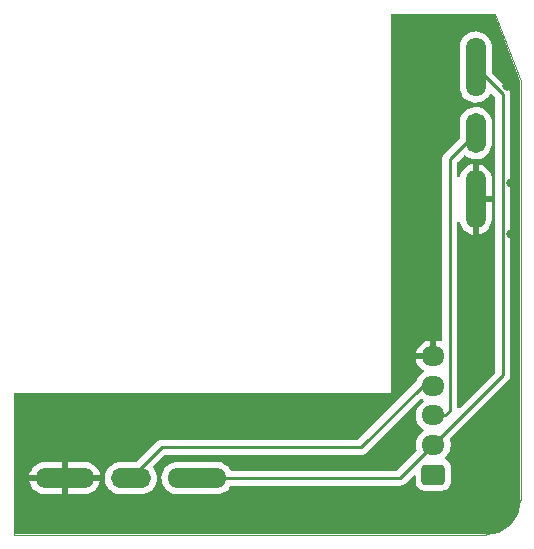
<source format=gbr>
G04 #@! TF.GenerationSoftware,KiCad,Pcbnew,7.0.1*
G04 #@! TF.CreationDate,2023-08-14T23:44:32-05:00*
G04 #@! TF.ProjectId,JoystickBoard,4a6f7973-7469-4636-9b42-6f6172642e6b,rev?*
G04 #@! TF.SameCoordinates,Original*
G04 #@! TF.FileFunction,Copper,L1,Top*
G04 #@! TF.FilePolarity,Positive*
%FSLAX46Y46*%
G04 Gerber Fmt 4.6, Leading zero omitted, Abs format (unit mm)*
G04 Created by KiCad (PCBNEW 7.0.1) date 2023-08-14 23:44:32*
%MOMM*%
%LPD*%
G01*
G04 APERTURE LIST*
G04 Aperture macros list*
%AMRoundRect*
0 Rectangle with rounded corners*
0 $1 Rounding radius*
0 $2 $3 $4 $5 $6 $7 $8 $9 X,Y pos of 4 corners*
0 Add a 4 corners polygon primitive as box body*
4,1,4,$2,$3,$4,$5,$6,$7,$8,$9,$2,$3,0*
0 Add four circle primitives for the rounded corners*
1,1,$1+$1,$2,$3*
1,1,$1+$1,$4,$5*
1,1,$1+$1,$6,$7*
1,1,$1+$1,$8,$9*
0 Add four rect primitives between the rounded corners*
20,1,$1+$1,$2,$3,$4,$5,0*
20,1,$1+$1,$4,$5,$6,$7,0*
20,1,$1+$1,$6,$7,$8,$9,0*
20,1,$1+$1,$8,$9,$2,$3,0*%
G04 Aperture macros list end*
G04 #@! TA.AperFunction,ComponentPad*
%ADD10O,5.000000X1.700000*%
G04 #@! TD*
G04 #@! TA.AperFunction,ComponentPad*
%ADD11O,3.400000X1.700000*%
G04 #@! TD*
G04 #@! TA.AperFunction,ComponentPad*
%ADD12O,1.700000X5.000000*%
G04 #@! TD*
G04 #@! TA.AperFunction,ComponentPad*
%ADD13O,1.700000X3.400000*%
G04 #@! TD*
G04 #@! TA.AperFunction,ComponentPad*
%ADD14RoundRect,0.250000X0.725000X-0.600000X0.725000X0.600000X-0.725000X0.600000X-0.725000X-0.600000X0*%
G04 #@! TD*
G04 #@! TA.AperFunction,ComponentPad*
%ADD15O,1.950000X1.700000*%
G04 #@! TD*
G04 #@! TA.AperFunction,ViaPad*
%ADD16C,0.800000*%
G04 #@! TD*
G04 #@! TA.AperFunction,Conductor*
%ADD17C,0.250000*%
G04 #@! TD*
G04 #@! TA.AperFunction,Profile*
%ADD18C,0.050000*%
G04 #@! TD*
G04 APERTURE END LIST*
D10*
X151300000Y-102300000D03*
D11*
X156900000Y-102300000D03*
D10*
X162500000Y-102300000D03*
D12*
X186100000Y-78700000D03*
D13*
X186100000Y-73100000D03*
D12*
X186100000Y-67500000D03*
D14*
X182500000Y-102000000D03*
D15*
X182500000Y-99500000D03*
X182500000Y-97000000D03*
X182500000Y-94500000D03*
X182500000Y-92000000D03*
D16*
X186200000Y-84400000D03*
X188712299Y-69087701D03*
X161200000Y-97300000D03*
X189124500Y-77300000D03*
X161100000Y-105700000D03*
X179200000Y-99900000D03*
X189124500Y-81600000D03*
X151200000Y-105700000D03*
X173200000Y-96900000D03*
X181300000Y-65800000D03*
X180900000Y-86700000D03*
X181000000Y-73000000D03*
X168500000Y-100900000D03*
X186100000Y-92700000D03*
X188800000Y-101500000D03*
X181400000Y-79800000D03*
X173200000Y-105000000D03*
D17*
X159500000Y-99700000D02*
X156900000Y-102300000D01*
X176400000Y-99700000D02*
X159500000Y-99700000D01*
X182500000Y-94500000D02*
X181600000Y-94500000D01*
X181600000Y-94500000D02*
X176400000Y-99700000D01*
X183500000Y-97000000D02*
X182500000Y-97000000D01*
X183900000Y-75300000D02*
X183900000Y-96600000D01*
X183900000Y-96600000D02*
X183500000Y-97000000D01*
X186100000Y-73100000D02*
X183900000Y-75300000D01*
X182500000Y-99500000D02*
X188400000Y-93600000D01*
X188400000Y-69800000D02*
X186100000Y-67500000D01*
X162500000Y-102300000D02*
X179700000Y-102300000D01*
X188400000Y-93600000D02*
X188400000Y-69800000D01*
X179700000Y-102300000D02*
X182500000Y-99500000D01*
G04 #@! TA.AperFunction,Conductor*
G36*
X187645242Y-63035486D02*
G01*
X187686611Y-63063863D01*
X187713629Y-63106130D01*
X189866048Y-68682852D01*
X189874500Y-68728222D01*
X189874500Y-104196461D01*
X189874302Y-104203526D01*
X189856822Y-104514776D01*
X189855240Y-104528817D01*
X189803615Y-104832659D01*
X189800471Y-104846434D01*
X189715151Y-105142588D01*
X189710484Y-105155925D01*
X189592542Y-105440661D01*
X189586411Y-105453391D01*
X189437333Y-105723128D01*
X189429816Y-105735093D01*
X189251468Y-105986451D01*
X189242658Y-105997498D01*
X189037292Y-106227301D01*
X189027301Y-106237292D01*
X188797498Y-106442658D01*
X188786451Y-106451468D01*
X188535093Y-106629816D01*
X188523128Y-106637333D01*
X188253391Y-106786411D01*
X188240661Y-106792542D01*
X187955925Y-106910484D01*
X187942588Y-106915151D01*
X187646434Y-107000471D01*
X187632659Y-107003615D01*
X187328817Y-107055240D01*
X187314776Y-107056822D01*
X187003526Y-107074302D01*
X186996461Y-107074500D01*
X147151500Y-107074500D01*
X147088500Y-107057619D01*
X147042381Y-107011500D01*
X147025500Y-106948500D01*
X147025500Y-102554000D01*
X148315561Y-102554000D01*
X148346830Y-102699091D01*
X148433020Y-102913585D01*
X148554224Y-103110433D01*
X148706951Y-103283961D01*
X148886804Y-103429184D01*
X149088612Y-103541920D01*
X149306578Y-103618932D01*
X149534419Y-103658000D01*
X151046000Y-103658000D01*
X151046000Y-102554000D01*
X151554000Y-102554000D01*
X151554000Y-103658000D01*
X153007690Y-103658000D01*
X153180333Y-103643306D01*
X153404036Y-103585057D01*
X153614686Y-103489838D01*
X153806205Y-103360393D01*
X153973101Y-103200437D01*
X154110557Y-103014586D01*
X154214629Y-102808169D01*
X154282318Y-102587140D01*
X154286562Y-102554000D01*
X151554000Y-102554000D01*
X151046000Y-102554000D01*
X148315561Y-102554000D01*
X147025500Y-102554000D01*
X147025500Y-102242135D01*
X154687815Y-102242135D01*
X154697630Y-102473175D01*
X154746350Y-102699237D01*
X154790198Y-102808357D01*
X154832574Y-102913813D01*
X154953821Y-103110730D01*
X155106602Y-103284324D01*
X155286524Y-103429600D01*
X155488409Y-103542380D01*
X155706450Y-103619419D01*
X155934375Y-103658500D01*
X157807713Y-103658500D01*
X157807714Y-103658500D01*
X157980418Y-103643801D01*
X157982319Y-103643306D01*
X158204207Y-103585530D01*
X158414929Y-103490278D01*
X158606523Y-103360783D01*
X158773476Y-103200772D01*
X158910985Y-103014847D01*
X159015095Y-102808357D01*
X159082811Y-102587243D01*
X159112184Y-102357865D01*
X159102369Y-102126822D01*
X159053649Y-101900762D01*
X158967426Y-101686187D01*
X158846179Y-101489270D01*
X158812149Y-101450604D01*
X158783753Y-101394775D01*
X158785747Y-101332172D01*
X158817637Y-101278265D01*
X159725501Y-100370402D01*
X159766376Y-100343091D01*
X159814594Y-100333500D01*
X176316147Y-100333500D01*
X176336935Y-100335795D01*
X176339907Y-100335701D01*
X176339909Y-100335702D01*
X176407985Y-100333562D01*
X176411945Y-100333500D01*
X176439852Y-100333500D01*
X176439856Y-100333500D01*
X176443865Y-100332993D01*
X176455699Y-100332061D01*
X176499889Y-100330673D01*
X176519338Y-100325021D01*
X176538698Y-100321012D01*
X176558797Y-100318474D01*
X176599915Y-100302193D01*
X176611117Y-100298357D01*
X176653593Y-100286018D01*
X176671039Y-100275699D01*
X176688780Y-100267009D01*
X176707617Y-100259552D01*
X176743392Y-100233558D01*
X176753303Y-100227048D01*
X176791362Y-100204542D01*
X176805691Y-100190212D01*
X176820719Y-100177377D01*
X176837107Y-100165472D01*
X176865303Y-100131386D01*
X176873272Y-100122630D01*
X181395744Y-95600158D01*
X181447941Y-95568778D01*
X181508761Y-95565547D01*
X181563992Y-95591222D01*
X181611521Y-95629598D01*
X181611522Y-95629598D01*
X181611524Y-95629600D01*
X181630912Y-95640431D01*
X181632731Y-95641447D01*
X181678574Y-95685385D01*
X181697167Y-95746100D01*
X181683790Y-95808173D01*
X181641838Y-95855839D01*
X181518478Y-95939216D01*
X181351524Y-96099227D01*
X181214015Y-96285153D01*
X181109904Y-96491644D01*
X181042188Y-96712759D01*
X181012815Y-96942135D01*
X181022630Y-97173175D01*
X181071350Y-97399237D01*
X181135526Y-97558944D01*
X181157574Y-97613813D01*
X181278821Y-97810730D01*
X181431602Y-97984324D01*
X181611524Y-98129600D01*
X181631636Y-98140835D01*
X181632731Y-98141447D01*
X181678574Y-98185385D01*
X181697167Y-98246100D01*
X181683790Y-98308173D01*
X181641838Y-98355839D01*
X181518478Y-98439216D01*
X181351524Y-98599227D01*
X181214015Y-98785153D01*
X181109904Y-98991644D01*
X181042188Y-99212759D01*
X181012815Y-99442135D01*
X181022630Y-99673175D01*
X181071350Y-99899237D01*
X181078589Y-99917252D01*
X181087671Y-99965123D01*
X181077911Y-100012860D01*
X181050769Y-100053325D01*
X179474500Y-101629595D01*
X179433623Y-101656909D01*
X179385405Y-101666500D01*
X165425692Y-101666500D01*
X165364242Y-101650500D01*
X165318399Y-101606563D01*
X165305376Y-101585413D01*
X165246179Y-101489270D01*
X165246178Y-101489268D01*
X165169788Y-101402472D01*
X165093398Y-101315676D01*
X164913476Y-101170400D01*
X164913475Y-101170399D01*
X164711591Y-101057620D01*
X164493550Y-100980581D01*
X164265625Y-100941500D01*
X160792287Y-100941500D01*
X160792286Y-100941500D01*
X160619581Y-100956198D01*
X160395793Y-101014469D01*
X160185070Y-101109721D01*
X159993478Y-101239216D01*
X159826524Y-101399227D01*
X159689015Y-101585153D01*
X159584904Y-101791644D01*
X159517188Y-102012759D01*
X159487815Y-102242135D01*
X159497630Y-102473175D01*
X159546350Y-102699237D01*
X159590198Y-102808357D01*
X159632574Y-102913813D01*
X159753821Y-103110730D01*
X159906602Y-103284324D01*
X160086524Y-103429600D01*
X160288409Y-103542380D01*
X160506450Y-103619419D01*
X160734375Y-103658500D01*
X164207713Y-103658500D01*
X164207714Y-103658500D01*
X164380418Y-103643801D01*
X164382319Y-103643306D01*
X164604207Y-103585530D01*
X164814929Y-103490278D01*
X165006523Y-103360783D01*
X165173476Y-103200772D01*
X165310985Y-103014847D01*
X165317073Y-103002773D01*
X165363519Y-102952207D01*
X165429581Y-102933500D01*
X179616147Y-102933500D01*
X179636935Y-102935795D01*
X179639907Y-102935701D01*
X179639909Y-102935702D01*
X179707985Y-102933562D01*
X179711945Y-102933500D01*
X179739852Y-102933500D01*
X179739856Y-102933500D01*
X179743865Y-102932993D01*
X179755699Y-102932061D01*
X179799889Y-102930673D01*
X179819338Y-102925021D01*
X179838698Y-102921012D01*
X179858797Y-102918474D01*
X179899915Y-102902193D01*
X179911117Y-102898357D01*
X179953593Y-102886018D01*
X179971039Y-102875699D01*
X179988780Y-102867009D01*
X180007617Y-102859552D01*
X180043392Y-102833558D01*
X180053303Y-102827048D01*
X180091362Y-102804542D01*
X180105691Y-102790212D01*
X180120719Y-102777377D01*
X180137107Y-102765472D01*
X180165303Y-102731386D01*
X180173272Y-102722630D01*
X180801407Y-102094495D01*
X180851564Y-102063759D01*
X180910211Y-102059143D01*
X180964561Y-102081656D01*
X181002767Y-102126389D01*
X181016500Y-102183592D01*
X181016500Y-102650540D01*
X181024761Y-102731401D01*
X181027113Y-102754426D01*
X181082885Y-102922738D01*
X181139538Y-103014586D01*
X181175972Y-103073655D01*
X181301344Y-103199027D01*
X181301346Y-103199028D01*
X181301348Y-103199030D01*
X181452262Y-103292115D01*
X181620574Y-103347887D01*
X181724455Y-103358500D01*
X183275544Y-103358499D01*
X183379426Y-103347887D01*
X183547738Y-103292115D01*
X183698652Y-103199030D01*
X183824030Y-103073652D01*
X183917115Y-102922738D01*
X183972887Y-102754426D01*
X183983500Y-102650545D01*
X183983499Y-101349456D01*
X183972887Y-101245574D01*
X183917115Y-101077262D01*
X183824030Y-100926348D01*
X183824028Y-100926346D01*
X183824027Y-100926344D01*
X183698655Y-100800972D01*
X183698652Y-100800970D01*
X183552691Y-100710940D01*
X183512215Y-100670836D01*
X183493544Y-100617000D01*
X183500498Y-100560443D01*
X183531655Y-100512735D01*
X183648476Y-100400772D01*
X183785985Y-100214847D01*
X183890095Y-100008357D01*
X183957811Y-99787243D01*
X183987184Y-99557865D01*
X183977369Y-99326822D01*
X183949058Y-99195458D01*
X183928650Y-99100765D01*
X183927459Y-99097801D01*
X183921410Y-99082748D01*
X183912327Y-99034878D01*
X183922086Y-98987139D01*
X183949226Y-98946676D01*
X188788659Y-94107244D01*
X188804980Y-94094169D01*
X188807014Y-94092001D01*
X188807018Y-94092000D01*
X188853660Y-94042329D01*
X188856351Y-94039552D01*
X188876135Y-94019770D01*
X188878621Y-94016564D01*
X188886310Y-94007561D01*
X188916586Y-93975321D01*
X188926342Y-93957571D01*
X188937195Y-93941050D01*
X188949614Y-93925041D01*
X188967175Y-93884454D01*
X188972388Y-93873813D01*
X188993695Y-93835060D01*
X188998733Y-93815434D01*
X189005137Y-93796732D01*
X189013181Y-93778144D01*
X189020096Y-93734482D01*
X189022504Y-93722853D01*
X189033500Y-93680029D01*
X189033500Y-93659776D01*
X189035051Y-93640066D01*
X189038220Y-93620057D01*
X189034059Y-93576039D01*
X189033500Y-93564181D01*
X189033500Y-69883853D01*
X189035795Y-69863064D01*
X189033562Y-69792014D01*
X189033500Y-69788055D01*
X189033500Y-69760149D01*
X189033500Y-69760144D01*
X189032992Y-69756131D01*
X189032061Y-69744297D01*
X189030673Y-69700110D01*
X189025020Y-69680656D01*
X189021012Y-69661298D01*
X189018474Y-69641203D01*
X189002190Y-69600077D01*
X188998359Y-69588888D01*
X188986018Y-69546407D01*
X188975704Y-69528968D01*
X188967008Y-69511216D01*
X188959552Y-69492383D01*
X188933571Y-69456624D01*
X188927050Y-69446698D01*
X188904542Y-69408637D01*
X188890213Y-69394308D01*
X188877376Y-69379277D01*
X188865473Y-69362893D01*
X188831406Y-69334711D01*
X188822626Y-69326721D01*
X187495405Y-67999500D01*
X187468091Y-67958623D01*
X187458500Y-67910405D01*
X187458500Y-65792286D01*
X187443801Y-65619581D01*
X187385530Y-65395793D01*
X187290278Y-65185070D01*
X187223672Y-65086524D01*
X187160783Y-64993477D01*
X187000772Y-64826524D01*
X186814847Y-64689015D01*
X186608357Y-64584905D01*
X186608356Y-64584904D01*
X186608355Y-64584904D01*
X186387240Y-64517188D01*
X186157864Y-64487815D01*
X185926824Y-64497630D01*
X185700762Y-64546350D01*
X185486189Y-64632573D01*
X185289268Y-64753822D01*
X185115678Y-64906600D01*
X184970399Y-65086524D01*
X184857620Y-65288408D01*
X184780581Y-65506451D01*
X184741500Y-65734377D01*
X184741500Y-69207714D01*
X184756198Y-69380418D01*
X184814469Y-69604206D01*
X184909721Y-69814929D01*
X184976326Y-69913473D01*
X185039217Y-70006523D01*
X185199228Y-70173476D01*
X185385153Y-70310985D01*
X185591643Y-70415095D01*
X185812757Y-70482811D01*
X186042135Y-70512184D01*
X186273178Y-70502369D01*
X186499238Y-70453649D01*
X186713813Y-70367426D01*
X186910730Y-70246179D01*
X187084324Y-70093398D01*
X187229600Y-69913476D01*
X187246149Y-69883853D01*
X187259423Y-69860091D01*
X187287388Y-69810030D01*
X187326277Y-69767465D01*
X187380057Y-69746678D01*
X187437466Y-69752025D01*
X187486482Y-69782386D01*
X187729595Y-70025499D01*
X187756909Y-70066376D01*
X187766500Y-70114594D01*
X187766500Y-93285406D01*
X187756909Y-93333624D01*
X187729595Y-93374501D01*
X184748595Y-96355500D01*
X184698436Y-96386238D01*
X184639789Y-96390854D01*
X184585439Y-96368341D01*
X184547233Y-96323608D01*
X184533500Y-96266405D01*
X184533500Y-80707099D01*
X184547805Y-80648787D01*
X184587473Y-80603716D01*
X184643496Y-80582120D01*
X184703152Y-80588902D01*
X184752897Y-80622524D01*
X184781434Y-80675349D01*
X184814942Y-80804036D01*
X184910161Y-81014686D01*
X185039606Y-81206205D01*
X185199562Y-81373101D01*
X185385413Y-81510557D01*
X185591830Y-81614629D01*
X185812859Y-81682318D01*
X185846000Y-81686562D01*
X185846000Y-78954000D01*
X186354000Y-78954000D01*
X186354000Y-81684439D01*
X186499091Y-81653169D01*
X186713585Y-81566979D01*
X186910433Y-81445775D01*
X187083961Y-81293048D01*
X187229184Y-81113195D01*
X187341920Y-80911387D01*
X187418932Y-80693421D01*
X187458000Y-80465581D01*
X187458000Y-78954000D01*
X186354000Y-78954000D01*
X185846000Y-78954000D01*
X185846000Y-75715560D01*
X185700908Y-75746830D01*
X185486414Y-75833020D01*
X185289566Y-75954224D01*
X185116038Y-76106951D01*
X184970815Y-76286804D01*
X184858079Y-76488612D01*
X184778303Y-76714402D01*
X184737820Y-76771127D01*
X184673380Y-76797659D01*
X184604693Y-76785882D01*
X184552772Y-76739397D01*
X184533500Y-76672426D01*
X184533500Y-75713438D01*
X186354000Y-75713438D01*
X186354000Y-78446000D01*
X187458000Y-78446000D01*
X187458000Y-76992310D01*
X187443306Y-76819666D01*
X187385057Y-76595963D01*
X187289838Y-76385313D01*
X187160393Y-76193794D01*
X187000437Y-76026898D01*
X186814586Y-75889442D01*
X186608169Y-75785370D01*
X186387140Y-75717681D01*
X186354000Y-75713438D01*
X184533500Y-75713438D01*
X184533500Y-75614595D01*
X184543091Y-75566377D01*
X184570404Y-75525500D01*
X184595451Y-75500452D01*
X185078329Y-75017573D01*
X185128826Y-74986727D01*
X185187838Y-74982335D01*
X185242345Y-75005365D01*
X185385153Y-75110985D01*
X185591643Y-75215095D01*
X185812757Y-75282811D01*
X186042135Y-75312184D01*
X186273178Y-75302369D01*
X186499238Y-75253649D01*
X186713813Y-75167426D01*
X186910730Y-75046179D01*
X187084324Y-74893398D01*
X187229600Y-74713476D01*
X187342380Y-74511591D01*
X187419419Y-74293550D01*
X187458500Y-74065625D01*
X187458500Y-72192287D01*
X187443801Y-72019582D01*
X187385530Y-71795793D01*
X187290278Y-71585071D01*
X187290278Y-71585070D01*
X187223672Y-71486524D01*
X187160783Y-71393477D01*
X187000772Y-71226524D01*
X186814847Y-71089015D01*
X186608357Y-70984905D01*
X186608356Y-70984904D01*
X186608355Y-70984904D01*
X186387240Y-70917188D01*
X186157864Y-70887815D01*
X185926824Y-70897630D01*
X185700762Y-70946350D01*
X185486189Y-71032573D01*
X185289268Y-71153822D01*
X185115678Y-71306600D01*
X184970399Y-71486524D01*
X184857620Y-71688408D01*
X184780581Y-71906451D01*
X184741500Y-72134377D01*
X184741500Y-73510405D01*
X184731909Y-73558623D01*
X184704595Y-73599501D01*
X183511333Y-74792760D01*
X183495017Y-74805832D01*
X183446357Y-74857650D01*
X183443602Y-74860492D01*
X183423866Y-74880227D01*
X183421380Y-74883432D01*
X183413688Y-74892437D01*
X183383414Y-74924677D01*
X183373652Y-74942434D01*
X183362801Y-74958952D01*
X183350385Y-74974959D01*
X183332824Y-75015539D01*
X183327604Y-75026195D01*
X183306304Y-75064940D01*
X183301267Y-75084559D01*
X183294864Y-75103261D01*
X183286818Y-75121855D01*
X183279901Y-75165524D01*
X183277495Y-75177144D01*
X183266500Y-75219970D01*
X183266500Y-75240224D01*
X183264949Y-75259934D01*
X183261779Y-75279942D01*
X183265941Y-75323961D01*
X183266500Y-75335819D01*
X183266500Y-90608233D01*
X183252400Y-90666150D01*
X183213256Y-90711104D01*
X183157829Y-90733036D01*
X183098524Y-90727035D01*
X182968427Y-90681068D01*
X182754000Y-90644301D01*
X182754000Y-92128000D01*
X182737119Y-92191000D01*
X182691000Y-92237119D01*
X182628000Y-92254000D01*
X181040561Y-92254000D01*
X181071830Y-92399091D01*
X181158020Y-92613585D01*
X181279224Y-92810433D01*
X181431951Y-92983961D01*
X181611804Y-93129184D01*
X181633194Y-93141133D01*
X181679037Y-93185070D01*
X181697631Y-93245785D01*
X181684254Y-93307858D01*
X181642302Y-93355525D01*
X181518478Y-93439215D01*
X181351524Y-93599227D01*
X181214015Y-93785153D01*
X181109904Y-93991643D01*
X181073825Y-94109453D01*
X181042443Y-94161651D01*
X176174500Y-99029595D01*
X176133623Y-99056909D01*
X176085405Y-99066500D01*
X159583853Y-99066500D01*
X159563064Y-99064204D01*
X159492014Y-99066438D01*
X159488055Y-99066500D01*
X159460139Y-99066500D01*
X159456123Y-99067007D01*
X159444303Y-99067937D01*
X159400110Y-99069326D01*
X159380657Y-99074978D01*
X159361303Y-99078986D01*
X159341204Y-99081525D01*
X159300096Y-99097801D01*
X159288870Y-99101644D01*
X159246408Y-99113981D01*
X159228964Y-99124297D01*
X159211215Y-99132991D01*
X159192384Y-99140446D01*
X159156625Y-99166427D01*
X159146706Y-99172943D01*
X159108636Y-99195457D01*
X159094309Y-99209785D01*
X159079279Y-99222622D01*
X159062894Y-99234526D01*
X159034711Y-99268593D01*
X159026723Y-99277370D01*
X157399497Y-100904597D01*
X157358623Y-100931909D01*
X157310405Y-100941500D01*
X155992286Y-100941500D01*
X155819581Y-100956198D01*
X155595793Y-101014469D01*
X155385070Y-101109721D01*
X155193478Y-101239216D01*
X155026524Y-101399227D01*
X154889015Y-101585153D01*
X154784904Y-101791644D01*
X154717188Y-102012759D01*
X154687815Y-102242135D01*
X147025500Y-102242135D01*
X147025500Y-102046000D01*
X148313438Y-102046000D01*
X151046000Y-102046000D01*
X151046000Y-100942000D01*
X151554000Y-100942000D01*
X151554000Y-102046000D01*
X154284439Y-102046000D01*
X154253169Y-101900908D01*
X154166979Y-101686414D01*
X154045775Y-101489566D01*
X153893048Y-101316038D01*
X153713195Y-101170815D01*
X153511387Y-101058079D01*
X153293421Y-100981067D01*
X153065581Y-100942000D01*
X151554000Y-100942000D01*
X151046000Y-100942000D01*
X149592310Y-100942000D01*
X149419666Y-100956693D01*
X149195963Y-101014942D01*
X148985313Y-101110161D01*
X148793794Y-101239606D01*
X148626898Y-101399562D01*
X148489442Y-101585413D01*
X148385370Y-101791830D01*
X148317681Y-102012859D01*
X148313438Y-102046000D01*
X147025500Y-102046000D01*
X147025500Y-95251500D01*
X147042381Y-95188500D01*
X147088500Y-95142381D01*
X147151500Y-95125500D01*
X178869863Y-95125500D01*
X178880425Y-95127601D01*
X178900000Y-95127601D01*
X178919517Y-95119517D01*
X178925500Y-95105072D01*
X178927601Y-95100000D01*
X178927601Y-95080426D01*
X178925500Y-95069864D01*
X178925500Y-91746000D01*
X181038438Y-91746000D01*
X182246000Y-91746000D01*
X182246000Y-90648069D01*
X182245999Y-90648069D01*
X182144667Y-90656693D01*
X181920963Y-90714942D01*
X181710313Y-90810161D01*
X181518794Y-90939606D01*
X181351898Y-91099562D01*
X181214442Y-91285413D01*
X181110370Y-91491830D01*
X181042681Y-91712859D01*
X181038438Y-91746000D01*
X178925500Y-91746000D01*
X178925500Y-63151500D01*
X178942381Y-63088500D01*
X178988500Y-63042381D01*
X179051500Y-63025500D01*
X187596081Y-63025500D01*
X187645242Y-63035486D01*
G37*
G04 #@! TD.AperFunction*
D18*
X147000000Y-107100000D02*
X187000000Y-107100000D01*
X147000000Y-95100000D02*
X178900000Y-95100000D01*
X178900000Y-63000000D02*
X187700000Y-63000000D01*
X189900000Y-68700000D02*
X187700000Y-63000000D01*
X178900000Y-95100000D02*
X178900000Y-63000000D01*
X189900000Y-104200000D02*
X189900000Y-68700000D01*
X187000000Y-107100000D02*
G75*
G03*
X189900000Y-104200000I0J2900000D01*
G01*
X147000000Y-107100000D02*
X147000000Y-95100000D01*
M02*

</source>
